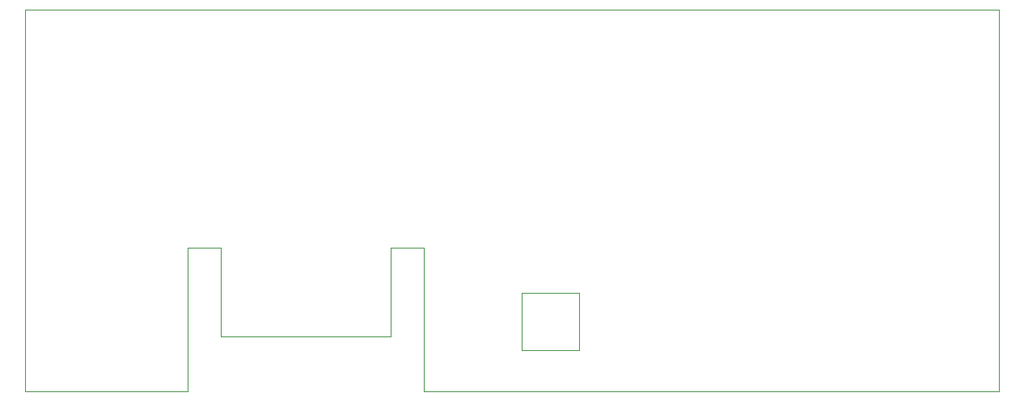
<source format=gbr>
%TF.GenerationSoftware,KiCad,Pcbnew,(5.99.0-9829-g074f0432f0)*%
%TF.CreationDate,2021-07-27T15:24:35+02:00*%
%TF.ProjectId,KM217-WiFi,4b4d3231-372d-4576-9946-692e6b696361,0.0.1*%
%TF.SameCoordinates,Original*%
%TF.FileFunction,Profile,NP*%
%FSLAX46Y46*%
G04 Gerber Fmt 4.6, Leading zero omitted, Abs format (unit mm)*
G04 Created by KiCad (PCBNEW (5.99.0-9829-g074f0432f0)) date 2021-07-27 15:24:35*
%MOMM*%
%LPD*%
G01*
G04 APERTURE LIST*
%TA.AperFunction,Profile*%
%ADD10C,0.100000*%
%TD*%
G04 APERTURE END LIST*
D10*
X122000000Y-125750000D02*
X128000000Y-125750000D01*
X128000000Y-125750000D02*
X128000000Y-119750000D01*
X128000000Y-119750000D02*
X122000000Y-119750000D01*
X122000000Y-119750000D02*
X122000000Y-125750000D01*
X172000000Y-130000000D02*
X111750000Y-130000000D01*
X111750000Y-130000000D02*
X111750000Y-115000000D01*
X111750000Y-115000000D02*
X108250000Y-115000000D01*
X108250000Y-115000000D02*
X108250000Y-124250000D01*
X108250000Y-124250000D02*
X90500000Y-124250000D01*
X90500000Y-124250000D02*
X90500000Y-115000000D01*
X90500000Y-115000000D02*
X87000000Y-115000000D01*
X87000000Y-115000000D02*
X87000000Y-130000000D01*
X87000000Y-130000000D02*
X70000000Y-130000000D01*
X70000000Y-130000000D02*
X70000000Y-90000000D01*
X70000000Y-90000000D02*
X172000000Y-90000000D01*
X172000000Y-90000000D02*
X172000000Y-130000000D01*
M02*

</source>
